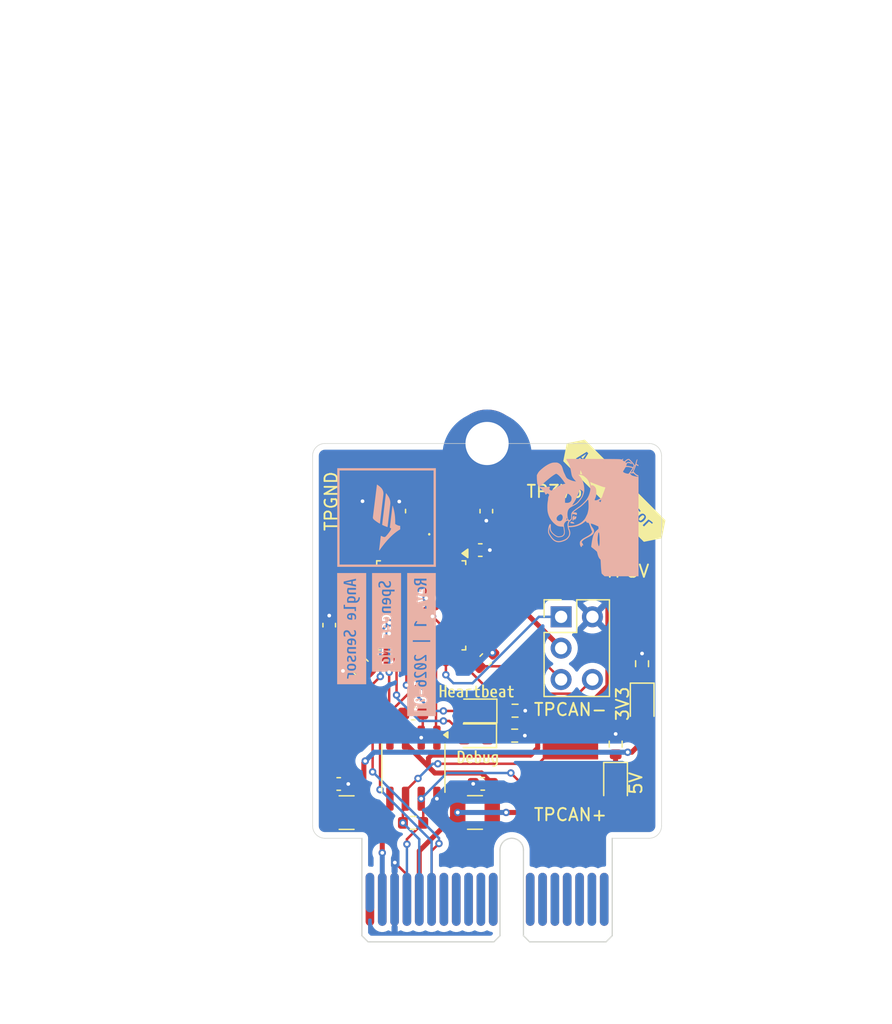
<source format=kicad_pcb>
(kicad_pcb (version 20241229) (generator "pcbnew") (generator_version "9.0")
  (layers (0 "F.Cu" jumper) (2 "B.Cu" signal) (13 "F.Paste" user) (15 "B.Paste" user) (5 "F.SilkS" user "F.Silkscreen") (7 "B.SilkS" user "B.Silkscreen") (1 "F.Mask" user) (3 "B.Mask" user) (25 "Edge.Cuts" user))
  (net 0 "")
  (net 1 "GND")
  (net 2 "+5V")
  (net 3 "Net-(U2-PF1-OSC_OUT)")
  (net 4 "+3V3")
  (net 5 "/NRST")
  (net 6 "Net-(U2-PF0-OSC_IN)")
  (net 7 "Net-(D3-A)")
  (net 8 "Net-(D3-K)")
  (net 9 "/SWDIO")
  (net 10 "/SWCLK")
  (net 11 "/CAN_+")
  (net 12 "/CAN_-")
  (net 13 "/CAN_RX")
  (net 14 "/CAN_TX")
  (net 15 "/Status_Signal_Input")
  (net 16 "/DEBUG_LED")
  (net 25 "/PWM_Input")
  (net 33 "/HEARTBEAT_LED")
  (net 34 "Net-(D1-K)")
  (net 35 "Net-(D2-K)")
  (net 65 "Net-(D4-A)")
  (net 66 "Net-(D4-K)")
  (footprint "OEM:C_0603_1608Metric" (layer "F.Cu") (at 116.699999 84.525 90)
    (property "Reference" "C6" (hide yes))
    (property "Value" "C_1uF_50V")
    (pad "1" smd roundrect (at -0.775 0 90) (size 0.9 0.95) (layers "F.Cu" "F.Mask" "F.Paste") (net 4 "+3V3"))
    (pad "2" smd roundrect (at 0.775 0 90) (size 0.9 0.95) (layers "F.Cu" "F.Mask" "F.Paste") (net 1 "GND"))
  )
  (footprint "OEM:R_0603_1608Metric" (layer "F.Cu") (at 142.07 87.65 90)
    (property "Reference" "R1" (hide yes))
    (property "Value" "R_1k")
    (pad "1" smd roundrect (at -0.825 0 90) (size 0.8 0.95) (layers "F.Cu" "F.Mask" "F.Paste") (net 8 "Net-(D3-K)"))
    (pad "2" smd roundrect (at 0.825 0 90) (size 0.8 0.95) (layers "F.Cu" "F.Mask" "F.Paste") (net 1 "GND"))
  )
  (footprint "OEM:D_0805_2012Metric" (layer "F.Cu") (at 139.92 97.34 -90)
    (property "Reference" "5V" (at 0 -1.65 90) (layer "F.SilkS"))
    (property "Value" "LED_WHITE")
    (pad "1" smd roundrect (at -0.937501 0 270) (size 0.975 1.4) (layers "F.Cu" "F.Mask" "F.Paste") (net 66 "Net-(D4-K)"))
    (pad "2" smd roundrect (at 0.937501 0 270) (size 0.975 1.4) (layers "F.Cu" "F.Mask" "F.Paste") (net 65 "Net-(D4-A)"))
  )
  (footprint "OEM:TP_Hook_SMD" (layer "F.Cu") (at 136.26 93.91 180)
    (property "Reference" "TPCAN-" (at 0 2.54 0) (layer "F.SilkS"))
    (property "Value" "TP_SMD")
    (pad "1" smd rect (at 0 0 180) (size 4.5 3) (layers "F.Cu" "F.Mask" "F.Paste") (net 12 "/CAN_-"))
  )
  (footprint "OEM:C_0603_1608Metric" (layer "F.Cu") (at 117.47 97.4)
    (property "Reference" "C10" (hide yes))
    (property "Value" "C_10uF_10V")
    (pad "1" smd roundrect (at -0.775 0) (size 0.9 0.95) (layers "F.Cu" "F.Mask" "F.Paste") (net 4 "+3V3"))
    (pad "2" smd roundrect (at 0.775 0) (size 0.9 0.95) (layers "F.Cu" "F.Mask" "F.Paste") (net 1 "GND"))
  )
  (footprint "OEM:LQFP-32_7x7mm_P0.8mm" (layer "F.Cu") (at 124.16 82.92 -90)
    (property "Reference" "U2" (hide yes))
    (property "Value" "STM32G441KBT6")
    (pad "1" smd roundrect (at -4.175 -2.8 270) (size 1.5 0.5) (layers "F.Cu" "F.Mask" "F.Paste") (net 4 "+3V3"))
    (pad "2" smd roundrect (at -4.175 -2 270) (size 1.5 0.5) (layers "F.Cu" "F.Mask" "F.Paste") (net 6 "Net-(U2-PF0-OSC_IN)"))
    (pad "3" smd roundrect (at -4.175 -1.2 270) (size 1.5 0.5) (layers "F.Cu" "F.Mask" "F.Paste") (net 3 "Net-(U2-PF1-OSC_OUT)"))
    (pad "4" smd roundrect (at -4.175 -0.4 270) (size 1.5 0.5) (layers "F.Cu" "F.Mask" "F.Paste") (net 5 "/NRST"))
    (pad "5" smd roundrect (at -4.175 0.4 270) (size 1.5 0.5) (layers "F.Cu" "F.Mask" "F.Paste") (net 25 "/PWM_Input"))
    (pad "6" smd roundrect (at -4.175 1.2 270) (size 1.5 0.5) (layers "F.Cu" "F.Mask" "F.Paste") (net 15 "/Status_Signal_Input"))
    (pad "7" smd roundrect (at -4.175 2 270) (size 1.5 0.5) (layers "F.Cu" "F.Mask" "F.Paste"))
    (pad "8" smd roundrect (at -4.175 2.8 270) (size 1.5 0.5) (layers "F.Cu" "F.Mask" "F.Paste"))
    (pad "9" smd roundrect (at -2.8 4.175 270) (size 0.5 1.5) (layers "F.Cu" "F.Mask" "F.Paste"))
    (pad "10" smd roundrect (at -2 4.175 270) (size 0.5 1.5) (layers "F.Cu" "F.Mask" "F.Paste"))
    (pad "11" smd roundrect (at -1.2 4.175 270) (size 0.5 1.5) (layers "F.Cu" "F.Mask" "F.Paste"))
    (pad "12" smd roundrect (at -0.4 4.175 270) (size 0.5 1.5) (layers "F.Cu" "F.Mask" "F.Paste"))
    (pad "13" smd roundrect (at 0.4 4.175 270) (size 0.5 1.5) (layers "F.Cu" "F.Mask" "F.Paste"))
    (pad "14" smd roundrect (at 1.2 4.175 270) (size 0.5 1.5) (layers "F.Cu" "F.Mask" "F.Paste") (net 1 "GND"))
    (pad "15" smd roundrect (at 2 4.175 270) (size 0.5 1.5) (layers "F.Cu" "F.Mask" "F.Paste") (net 4 "+3V3"))
    (pad "16" smd roundrect (at 2.8 4.175 270) (size 0.5 1.5) (layers "F.Cu" "F.Mask" "F.Paste") (net 1 "GND"))
    (pad "17" smd roundrect (at 4.175 2.8 270) (size 1.5 0.5) (layers "F.Cu" "F.Mask" "F.Paste") (net 4 "+3V3"))
    (pad "18" smd roundrect (at 4.175 2 270) (size 1.5 0.5) (layers "F.Cu" "F.Mask" "F.Paste") (net 16 "/DEBUG_LED"))
    (pad "19" smd roundrect (at 4.175 1.2 270) (size 1.5 0.5) (layers "F.Cu" "F.Mask" "F.Paste") (net 33 "/HEARTBEAT_LED"))
    (pad "20" smd roundrect (at 4.175 0.4 270) (size 1.5 0.5) (layers "F.Cu" "F.Mask" "F.Paste"))
    (pad "21" smd roundrect (at 4.175 -0.4 270) (size 1.5 0.5) (layers "F.Cu" "F.Mask" "F.Paste") (net 13 "/CAN_RX"))
    (pad "22" smd roundrect (at 4.175 -1.2 270) (size 1.5 0.5) (layers "F.Cu" "F.Mask" "F.Paste") (net 14 "/CAN_TX"))
    (pad "23" smd roundrect (at 4.175 -2 270) (size 1.5 0.5) (layers "F.Cu" "F.Mask" "F.Paste") (net 9 "/SWDIO"))
    (pad "24" smd roundrect (at 4.175 -2.8 270) (size 1.5 0.5) (layers "F.Cu" "F.Mask" "F.Paste") (net 10 "/SWCLK"))
    (pad "25" smd roundrect (at 2.8 -4.175 270) (size 0.5 1.5) (layers "F.Cu" "F.Mask" "F.Paste"))
    (pad "26" smd roundrect (at 2 -4.175 270) (size 0.5 1.5) (layers "F.Cu" "F.Mask" "F.Paste"))
    (pad "27" smd roundrect (at 1.2 -4.175 270) (size 0.5 1.5) (layers "F.Cu" "F.Mask" "F.Paste"))
    (pad "28" smd roundrect (at 0.4 -4.175 270) (size 0.5 1.5) (layers "F.Cu" "F.Mask" "F.Paste"))
    (pad "29" smd roundrect (at -0.4 -4.175 270) (size 0.5 1.5) (layers "F.Cu" "F.Mask" "F.Paste"))
    (pad "30" smd roundrect (at -1.2 -4.175 270) (size 0.5 1.5) (layers "F.Cu" "F.Mask" "F.Paste"))
    (pad "31" smd roundrect (at -2 -4.175 270) (size 0.5 1.5) (layers "F.Cu" "F.Mask" "F.Paste"))
    (pad "32" smd roundrect (at -2.8 -4.175 270) (size 0.5 1.5) (layers "F.Cu" "F.Mask" "F.Paste") (net 1 "GND"))
  )
  (footprint "OEM:J_PCIe_x1_Key" (layer "F.Cu") (at 120 106.75)
    (property "Reference" "J1" (hide yes))
    (property "Value" "J_PCIe_x1")
    (fp_line (start -0.65 -4.95) (end -0.65 2.95) (stroke (width 0.1)) (layer "Edge.Cuts"))
    (fp_line (start -0.65 2.95) (end -0.15 3.45) (stroke (width 0.1)) (layer "Edge.Cuts"))
    (fp_line (start -0.15 3.45) (end 10.05 3.45) (stroke (width 0.1)) (layer "Edge.Cuts"))
    (fp_line (start 10.55 -4) (end 10.55 2.95) (stroke (width 0.1)) (layer "Edge.Cuts"))
    (fp_line (start 10.55 2.95) (end 10.05 3.45) (stroke (width 0.1)) (layer "Edge.Cuts"))
    (fp_line (start 12.45 -4) (end 12.45 2.95) (stroke (width 0.1)) (layer "Edge.Cuts"))
    (fp_line (start 12.45 2.95) (end 12.95 3.45) (stroke (width 0.1)) (layer "Edge.Cuts"))
    (fp_line (start 12.95 3.45) (end 19.15 3.45) (stroke (width 0.1)) (layer "Edge.Cuts"))
    (fp_line (start 19.65 -4.95) (end 19.65 2.95) (stroke (width 0.1)) (layer "Edge.Cuts"))
    (fp_line (start 19.65 2.95) (end 19.15 3.45) (stroke (width 0.1)) (layer "Edge.Cuts"))
    (fp_arc (start 10.55 -4) (mid 11.5 -4.95) (end 12.45 -4) (stroke (width 0.1)) (layer "Edge.Cuts"))
    (pad "A1" connect oval (at 0 -0.55) (size 0.7 3.2) (layers "B.Cu" "B.Mask"))
    (pad "A2" connect oval (at 1 0) (size 0.7 4.3) (layers "B.Cu" "B.Mask") (net 7 "Net-(D3-A)"))
    (pad "A3" connect oval (at 2 0) (size 0.7 4.3) (layers "B.Cu" "B.Mask") (net 1 "GND"))
    (pad "A4" connect oval (at 3 0) (size 0.7 4.3) (layers "B.Cu" "B.Mask") (net 11 "/CAN_+"))
    (pad "A5" connect oval (at 4 0) (size 0.7 4.3) (layers "B.Cu" "B.Mask") (net 12 "/CAN_-"))
    (pad "A6" connect oval (at 5 0) (size 0.7 4.3) (layers "B.Cu" "B.Mask") (net 25 "/PWM_Input"))
    (pad "A7" connect oval (at 6 0) (size 0.7 4.3) (layers "B.Cu" "B.Mask"))
    (pad "A8" connect oval (at 7 0) (size 0.7 4.3) (layers "B.Cu" "B.Mask"))
    (pad "A9" connect oval (at 8 0) (size 0.7 4.3) (layers "B.Cu" "B.Mask"))
    (pad "A10" connect oval (at 9 0) (size 0.7 4.3) (layers "B.Cu" "B.Mask"))
    (pad "A11" connect oval (at 10 0) (size 0.7 4.3) (layers "B.Cu" "B.Mask"))
    (pad "A12" connect oval (at 13 0) (size 0.7 4.3) (layers "B.Cu" "B.Mask"))
    (pad "A13" connect oval (at 14 0) (size 0.7 4.3) (layers "B.Cu" "B.Mask"))
    (pad "A14" connect oval (at 15 0) (size 0.7 4.3) (layers "B.Cu" "B.Mask"))
    (pad "A15" connect oval (at 16 0) (size 0.7 4.3) (layers "B.Cu" "B.Mask"))
    (pad "A16" connect oval (at 17 0) (size 0.7 4.3) (layers "B.Cu" "B.Mask"))
    (pad "A17" connect oval (at 18 0) (size 0.7 4.3) (layers "B.Cu" "B.Mask"))
    (pad "A18" connect oval (at 19 0) (size 0.7 4.3) (layers "B.Cu" "B.Mask"))
    (pad "B1" connect oval (at 0 0) (size 0.7 4.3) (layers "F.Cu" "F.Mask"))
    (pad "B2" connect oval (at 1 0) (size 0.7 4.3) (layers "F.Cu" "F.Mask"))
    (pad "B3" connect oval (at 2 0) (size 0.7 4.3) (layers "F.Cu" "F.Mask"))
    (pad "B4" connect oval (at 3 0) (size 0.7 4.3) (layers "F.Cu" "F.Mask") (net 1 "GND"))
    (pad "B5" connect oval (at 4 0) (size 0.7 4.3) (layers "F.Cu" "F.Mask") (net 65 "Net-(D4-A)"))
    (pad "B6" connect oval (at 5 0) (size 0.7 4.3) (layers "F.Cu" "F.Mask") (net 15 "/Status_Signal_Input"))
    (pad "B7" connect oval (at 6 0) (size 0.7 4.3) (layers "F.Cu" "F.Mask"))
    (pad "B8" connect oval (at 7 0) (size 0.7 4.3) (layers "F.Cu" "F.Mask"))
    (pad "B9" connect oval (at 8 0) (size 0.7 4.3) (layers "F.Cu" "F.Mask"))
    (pad "B10" connect oval (at 9 0) (size 0.7 4.3) (layers "F.Cu" "F.Mask"))
    (pad "B11" connect oval (at 10 0) (size 0.7 4.3) (layers "F.Cu" "F.Mask"))
    (pad "B12" connect oval (at 13 0) (size 0.7 4.3) (layers "F.Cu" "F.Mask"))
    (pad "B13" connect oval (at 14 0) (size 0.7 4.3) (layers "F.Cu" "F.Mask"))
    (pad "B14" connect oval (at 15 0) (size 0.7 4.3) (layers "F.Cu" "F.Mask"))
    (pad "B15" connect oval (at 16 0) (size 0.7 4.3) (layers "F.Cu" "F.Mask"))
    (pad "B16" connect oval (at 17 0) (size 0.7 4.3) (layers "F.Cu" "F.Mask"))
    (pad "B17" connect oval (at 18 -0.55) (size 0.7 3.2) (layers "F.Cu" "F.Mask"))
    (pad "B18" connect oval (at 19 0) (size 0.7 4.3) (layers "F.Cu" "F.Mask"))
  )
  (footprint "OEM:D_0805_2012Metric" (layer "F.Cu") (at 142.08 90.91 -90)
    (property "Reference" "3V3" (at -0.01 1.59 90) (layer "F.SilkS"))
    (property "Value" "LED_WHITE")
    (pad "1" smd roundrect (at -0.937501 0 270) (size 0.975 1.4) (layers "F.Cu" "F.Mask" "F.Paste") (net 8 "Net-(D3-K)"))
    (pad "2" smd roundrect (at 0.937501 0 270) (size 0.975 1.4) (layers "F.Cu" "F.Mask" "F.Paste") (net 7 "Net-(D3-A)"))
  )
  (footprint "OEM:FA238160000MBC0 (X_16MHz_18pF_SMD - FA-238_16.0000MB-C0)" (layer "F.Cu") (at 125.91 75.31)
    (property "Reference" "Y1" (hide yes))
    (property "Value" "X_16MHz_18pF" (hide yes))
    (pad "1" smd rect (at -1.1 0.8 90) (size 1.2 1.4) (layers "F.Cu" "F.Mask" "F.Paste") (net 3 "Net-(U2-PF1-OSC_OUT)"))
    (pad "2" smd rect (at 1.1 0.8 90) (size 1.2 1.4) (layers "F.Cu" "F.Mask" "F.Paste") (net 1 "GND"))
    (pad "3" smd rect (at 1.1 -0.8 90) (size 1.2 1.4) (layers "F.Cu" "F.Mask" "F.Paste") (net 6 "Net-(U2-PF0-OSC_IN)"))
    (pad "4" smd rect (at -1.1 -0.8 90) (size 1.2 1.4) (layers "F.Cu" "F.Mask" "F.Paste") (net 1 "GND"))
  )
  (footprint "OEM:R_0603_1608Metric" (layer "F.Cu") (at 131.769999 91.46)
    (property "Reference" "R4" (hide yes))
    (property "Value" "R_1k")
    (pad "1" smd roundrect (at -0.825 0) (size 0.8 0.95) (layers "F.Cu" "F.Mask" "F.Paste") (net 35 "Net-(D2-K)"))
    (pad "2" smd roundrect (at 0.825 0) (size 0.8 0.95) (layers "F.Cu" "F.Mask" "F.Paste") (net 1 "GND"))
  )
  (footprint "OEM:C_0603_1608Metric" (layer "F.Cu") (at 129.15 97.39 180)
    (property "Reference" "C11" (hide yes))
    (property "Value" "C_10uF_10V")
    (pad "1" smd roundrect (at -0.775 0 180) (size 0.9 0.95) (layers "F.Cu" "F.Mask" "F.Paste") (net 2 "+5V"))
    (pad "2" smd roundrect (at 0.775 0 180) (size 0.9 0.95) (layers "F.Cu" "F.Mask" "F.Paste") (net 1 "GND"))
  )
  (footprint "kibuzzard-697FF4A8" (layer "F.Cu") (at 139.82 73.63 -45)
    (property "Reference" "kibuzzard-697FF4A8" (hide yes))
    (property "Value" "G***" (hide yes))
  )
  (footprint "OEM:H_MountingHole" (layer "F.Cu") (at 129.5 69.784)
    (property "Reference" "H1" (hide yes))
    (property "Value" "H_MountingHole" (hide yes))
    (pad "1" thru_hole circle (at 0 0.016) (size 5.499999 5.499999) (drill 3.500001) (layers "*.Cu" "*.Mask") (net 1 "GND"))
    (pad "1" smd circle (at 0 1.016) (size 7.249998 7.249998) (layers "B.Cu" "B.Mask") (net 1 "GND"))
  )
  (footprint "OEM:C_0603_1608Metric" (layer "F.Cu") (at 128.95 78.44)
    (property "Reference" "C4" (hide yes))
    (property "Value" "C_0.1uF_50V")
    (pad "1" smd roundrect (at -0.775 0) (size 0.9 0.95) (layers "F.Cu" "F.Mask" "F.Paste") (net 4 "+3V3"))
    (pad "2" smd roundrect (at 0.775 0) (size 0.9 0.95) (layers "F.Cu" "F.Mask" "F.Paste") (net 1 "GND"))
  )
  (footprint "OEM:C_0603_1608Metric" (layer "F.Cu") (at 129.39 87.31 45)
    (property "Reference" "C8" (hide yes))
    (property "Value" "C_0.1uF_50V")
    (pad "1" smd roundrect (at -0.775 0 45) (size 0.9 0.95) (layers "F.Cu" "F.Mask" "F.Paste") (net 5 "/NRST"))
    (pad "2" smd roundrect (at 0.775 0 45) (size 0.9 0.95) (layers "F.Cu" "F.Mask" "F.Paste") (net 1 "GND"))
  )
  (footprint "OEM:R_0603_1608Metric" (layer "F.Cu") (at 123.500001 100.549997)
    (property "Reference" "R2" (hide yes))
    (property "Value" "R_120")
    (pad "1" smd roundrect (at -0.825 0) (size 0.8 0.95) (layers "F.Cu" "F.Mask" "F.Paste") (net 12 "/CAN_-"))
    (pad "2" smd roundrect (at 0.825 0) (size 0.8 0.95) (layers "F.Cu" "F.Mask" "F.Paste") (net 11 "/CAN_+"))
  )
  (footprint "OEM:J_Programming_Pin_Header_Keyed" (layer "F.Cu") (at 135.505 83.85)
    (property "Reference" "J2" (hide yes))
    (property "Value" "J_Programming_Pin_Header")
    (pad "1" thru_hole rect (at 0 0) (size 1.7 1.7) (drill 1) (layers "*.Cu" "*.Mask") (net 9 "/SWDIO"))
    (pad "2" thru_hole circle (at 2.54 0) (size 1.7 1.7) (drill 1) (layers "*.Cu" "*.Mask") (net 1 "GND"))
    (pad "3" thru_hole circle (at 0 2.54) (size 1.7 1.7) (drill 1) (layers "*.Cu" "*.Mask") (net 4 "+3V3"))
    (pad "4" thru_hole circle (at 0 5.079999) (size 1.7 1.7) (drill 1) (layers "*.Cu" "*.Mask") (net 5 "/NRST"))
    (pad "5" thru_hole circle (at 2.54 5.08) (size 1.7 1.7) (drill 1) (layers "*.Cu" "*.Mask") (net 10 "/SWCLK"))
  )
  (footprint "OEM:TP_Hook_SMD" (layer "F.Cu") (at 136.26 97.35)
    (property "Reference" "TPCAN+" (at 0 2.54 0) (layer "F.SilkS"))
    (property "Value" "TP_SMD")
    (pad "1" smd rect (at 0 0) (size 4.5 3) (layers "F.Cu" "F.Mask" "F.Paste") (net 11 "/CAN_+"))
  )
  (footprint "OEM:C_0603_1608Metric" (layer "F.Cu") (at 123.510002 91.689995)
    (property "Reference" "C1" (hide yes))
    (property "Value" "C_0.1uF_16V")
    (pad "1" smd roundrect (at -0.775 0) (size 0.9 0.95) (layers "F.Cu" "F.Mask" "F.Paste") (net 2 "+5V"))
    (pad "2" smd roundrect (at 0.775 0) (size 0.9 0.95) (layers "F.Cu" "F.Mask" "F.Paste") (net 1 "GND"))
  )
  (footprint "OEM:D_0805_2012Metric" (layer "F.Cu") (at 128.58 93.49 180)
    (property "Reference" "D1" (hide yes))
    (property "Value" "LED_AMBER")
    (pad "1" smd roundrect (at -0.937501 0 180) (size 0.975 1.4) (layers "F.Cu" "F.Mask" "F.Paste") (net 34 "Net-(D1-K)"))
    (pad "2" smd roundrect (at 0.937501 0 180) (size 0.975 1.4) (layers "F.Cu" "F.Mask" "F.Paste") (net 16 "/DEBUG_LED"))
  )
  (footprint "OEM:TP_Hook_SMD" (layer "F.Cu") (at 119.4 74.48 -90)
    (property "Reference" "TPGND" (at 0 2.54 90) (layer "F.SilkS"))
    (property "Value" "TP_SMD")
    (pad "1" smd rect (at 0 0 270) (size 4.5 3) (layers "F.Cu" "F.Mask" "F.Paste") (net 1 "GND"))
  )
  (footprint "OEM:C_0603_1608Metric" (layer "F.Cu") (at 118.359999 88.78 135)
    (property "Reference" "C3" (hide yes))
    (property "Value" "C_4.7uF_25V")
    (pad "1" smd roundrect (at -0.775 0 135) (size 0.9 0.95) (layers "F.Cu" "F.Mask" "F.Paste") (net 4 "+3V3"))
    (pad "2" smd roundrect (at 0.775 0 135) (size 0.9 0.95) (layers "F.Cu" "F.Mask" "F.Paste") (net 1 "GND"))
  )
  (footprint "OEM:TP_Hook_SMD" (layer "F.Cu") (at 136.55 80.11 180)
    (property "Reference" "TP5V" (at -4.31 -0.04 0) (layer "F.SilkS"))
    (property "Value" "TP_SMD")
    (pad "1" smd rect (at 0 0 180) (size 4.5 3) (layers "F.Cu" "F.Mask" "F.Paste") (net 2 "+5V"))
  )
  (footprint "OEM:C_0603_1608Metric" (layer "F.Cu") (at 129.439999 75.285 -90)
    (property "Reference" "C9" (hide yes))
    (property "Value" "C_30pF_50V")
    (pad "1" smd roundrect (at -0.775 0 270) (size 0.9 0.95) (layers "F.Cu" "F.Mask" "F.Paste") (net 6 "Net-(U2-PF0-OSC_IN)"))
    (pad "2" smd roundrect (at 0.775 0 270) (size 0.9 0.95) (layers "F.Cu" "F.Mask" "F.Paste") (net 1 "GND"))
  )
  (footprint "OEM:Fuse_1210_3225Metric" (layer "F.Cu") (at 118.11 99.72)
    (property "Reference" "F1" (hide yes))
    (property "Value" "F_500mA_16V")
    (pad "1" smd roundrect (at -1.4 0) (size 1.25 2.65) (layers "F.Cu" "F.Mask" "F.Paste") (roundrect_rratio 0.2) (net 4 "+3V3"))
    (pad "2" smd roundrect (at 1.4 0) (size 1.25 2.65) (layers "F.Cu" "F.Mask" "F.Paste") (roundrect_rratio 0.2) (net 7 "Net-(D3-A)"))
  )
  (footprint "OEM:R_0603_1608Metric" (layer "F.Cu") (at 139.93 94.17 90)
    (property "Reference" "R5" (hide yes))
    (property "Value" "R_1k")
    (pad "1" smd roundrect (at -0.825 0 90) (size 0.8 0.95) (layers "F.Cu" "F.Mask" "F.Paste") (net 66 "Net-(D4-K)"))
    (pad "2" smd roundrect (at 0.825 0 90) (size 0.8 0.95) (layers "F.Cu" "F.Mask" "F.Paste") (net 1 "GND"))
  )
  (footprint "OEM:Fuse_1210_3225Metric" (layer "F.Cu") (at 128.52 99.71 180)
    (property "Reference" "F2" (hide yes))
    (property "Value" "F_500mA_16V")
    (pad "1" smd roundrect (at -1.399999 0 180) (size 1.25 2.65) (layers "F.Cu" "F.Mask" "F.Paste") (roundrect_rratio 0.2) (net 2 "+5V"))
    (pad "2" smd roundrect (at 1.399999 0 180) (size 1.25 2.65) (layers "F.Cu" "F.Mask" "F.Paste") (roundrect_rratio 0.2) (net 65 "Net-(D4-A)"))
  )
  (footprint "OEM:R_0603_1608Metric" (layer "F.Cu") (at 131.739999 93.48)
    (property "Reference" "R3" (hide yes))
    (property "Value" "R_1k")
    (pad "1" smd roundrect (at -0.825 0) (size 0.8 0.95) (layers "F.Cu" "F.Mask" "F.Paste") (net 34 "Net-(D1-K)"))
    (pad "2" smd roundrect (at 0.825 0) (size 0.8 0.95) (layers "F.Cu" "F.Mask" "F.Paste") (net 1 "GND"))
  )
  (footprint "kibuzzard-697FF3E2" (layer "F.Cu") (at 128.659999 89.87)
    (property "Reference" "kibuzzard-697FF3E2" (hide yes))
    (property "Value" "G***" (hide yes))
  )
  (footprint "kibuzzard-697FF3F7" (layer "F.Cu") (at 128.749999 95.35)
    (property "Reference" "kibuzzard-697FF3F7" (hide yes))
    (property "Value" "G***" (hide yes))
  )
  (footprint "OEM:C_0603_1608Metric" (layer "F.Cu") (at 122.38 75.28 90)
    (property "Reference" "C2" (hide yes))
    (property "Value" "C_30pF_50V")
    (pad "1" smd roundrect (at -0.775 0 90) (size 0.9 0.95) (layers "F.Cu" "F.Mask" "F.Paste") (net 3 "Net-(U2-PF1-OSC_OUT)"))
    (pad "2" smd roundrect (at 0.775 0 90) (size 0.9 0.95) (layers "F.Cu" "F.Mask" "F.Paste") (net 1 "GND"))
  )
  (footprint "OEM:C_0603_1608Metric" (layer "F.Cu") (at 119.389998 87.71 135)
    (property "Reference" "C5" (hide yes))
    (property "Value" "C_0.1uF_50V")
    (pad "1" smd roundrect (at -0.775 0 135) (size 0.9 0.95) (layers "F.Cu" "F.Mask" "F.Paste") (net 4 "+3V3"))
    (pad "2" smd roundrect (at 0.775 0 135) (size 0.9 0.95) (layers "F.Cu" "F.Mask" "F.Paste") (net 1 "GND"))
  )
  (footprint "OEM:D_0805_2012Metric" (layer "F.Cu") (at 128.61 91.48 180)
    (property "Reference" "D2" (hide yes))
    (property "Value" "LED_WHITE")
    (pad "1" smd roundrect (at -0.937501 0 180) (size 0.975 1.4) (layers "F.Cu" "F.Mask" "F.Paste") (net 35 "Net-(D2-K)"))
    (pad "2" smd roundrect (at 0.937501 0 180) (size 0.975 1.4) (layers "F.Cu" "F.Mask" "F.Paste") (net 33 "/HEARTBEAT_LED"))
  )
  (footprint "OEM:C_0603_1608Metric" (layer "F.Cu") (at 118.21 84.515 90)
    (property "Reference" "C7" (hide yes))
    (property "Value" "C_10nF_50V")
    (pad "1" smd roundrect (at -0.775 0 90) (size 0.9 0.95) (layers "F.Cu" "F.Mask" "F.Paste") (net 4 "+3V3"))
    (pad "2" smd roundrect (at 0.775 0 90) (size 0.9 0.95) (layers "F.Cu" "F.Mask" "F.Paste") (net 1 "GND"))
  )
  (footprint "OEM:TP_Hook_SMD" (layer "F.Cu") (at 136.55 76.110001 180)
    (property "Reference" "TP3V3" (at 1.58 2.420001 0) (layer "F.SilkS"))
    (property "Value" "TP_SMD")
    (pad "1" smd rect (at 0 0 180) (size 4.5 3) (layers "F.Cu" "F.Mask" "F.Paste") (net 4 "+3V3"))
  )
  (footprint "OEM:SOIC-8_3.9x4.9mm_P1.27mm" (layer "F.Cu") (at 123.525 96.12 -90)
    (property "Reference" "U3" (hide yes))
    (property "Value" "MCP2561-E_SN")
    (pad "1" smd roundrect (at -2.475 -1.905 270) (size 1.95 0.6) (layers "F.Cu" "F.Mask" "F.Paste") (net 14 "/CAN_TX"))
    (pad "2" smd roundrect (at -2.475 -0.635 270) (size 1.95 0.6) (layers "F.Cu" "F.Mask" "F.Paste") (net 1 "GND"))
    (pad "3" smd roundrect (at -2.475 0.635 270) (size 1.95 0.6) (layers "F.Cu" "F.Mask" "F.Paste") (net 2 "+5V"))
    (pad "4" smd roundrect (at -2.475 1.905 270) (size 1.95 0.6) (layers "F.Cu" "F.Mask" "F.Paste") (net 13 "/CAN_RX"))
    (pad "5" smd roundrect (at 2.475 1.905 270) (size 1.95 0.6) (layers "F.Cu" "F.Mask" "F.Paste"))
    (pad "6" smd roundrect (at 2.475 0.635 270) (size 1.95 0.6) (layers "F.Cu" "F.Mask" "F.Paste") (net 12 "/CAN_-"))
    (pad "7" smd roundrect (at 2.475 -0.635 270) (size 1.95 0.6) (layers "F.Cu" "F.Mask" "F.Paste") (net 11 "/CAN_+"))
    (pad "8" smd roundrect (at 2.475 -1.905 270) (size 1.95 0.6) (layers "F.Cu" "F.Mask" "F.Paste") (net 1 "GND"))
  )
  (footprint "kibuzzard-697FF82D" (layer "B.Cu") (at 121.35 84.3 -90)
    (property "Reference" "kibuzzard-697FF82D" (hide yes))
    (property "Value" "G***" (hide yes))
  )
  (footprint "kibuzzard-697FF7D3" (layer "B.Cu") (at 118.52 84.808 -90)
    (property "Reference" "kibuzzard-697FF7D3" (hide yes))
    (property "Value" "G***" (hide yes))
  )
  (footprint "OEM:OEM_Logo_8mm" (layer "B.Cu") (at 121.35 75.8 -90)
    (property "Reference" "REF**" (hide yes))
    (property "Value" "OEM_Logo_8mm")
  )
  (footprint "LOGO" (layer "B.Cu") (at 137.65 75.8 -90)
    (property "Reference" "G***" (hide yes))
    (property "Value" "LOGO" (hide yes))
  )
  (footprint "kibuzzard-697FF937" (layer "B.Cu") (at 124.1825 86.1 -90)
    (property "Reference" "kibuzzard-697FF937" (hide yes))
    (property "Value" "G***" (hide yes))
  )
  (gr_line (start 119.35 101.8) (end 116.35 101.8) (stroke (width 0.05)) (layer "Edge.Cuts"))
  (gr_arc (start 142.65 69.8) (mid 143.357107 70.092893) (end 143.65 70.8) (stroke (width 0.05)) (layer "Edge.Cuts"))
  (gr_line (start 143.65 100.8) (end 143.65 70.8) (stroke (width 0.05)) (layer "Edge.Cuts"))
  (gr_line (start 139.65 101.8) (end 142.65 101.8) (stroke (width 0.05)) (layer "Edge.Cuts"))
  (gr_arc (start 115.35 70.8) (mid 115.642893 70.092893) (end 116.35 69.8) (stroke (width 0.05)) (layer "Edge.Cuts"))
  (gr_line (start 115.35 100.8) (end 115.35 70.8) (stroke (width 0.05)) (layer "Edge.Cuts"))
  (gr_line (start 142.65 69.8) (end 116.35 69.8) (stroke (width 0.05)) (layer "Edge.Cuts"))
  (gr_arc (start 143.65 100.8) (mid 143.357107 101.507107) (end 142.65 101.8) (stroke (width 0.05)) (layer "Edge.Cuts"))
  (gr_arc (start 116.35 101.8) (mid 115.642893 101.507107) (end 115.35 100.8) (stroke (width 0.05)) (layer "Edge.Cuts"))
  (segment (start 122.38 74.505) (end 124.805 74.505) (width 0.2) (layer "F.Cu") (net 1))
  (segment (start 127.059998 76.06) (end 127.01 76.11) (width 0.2) (layer "F.Cu") (net 1))
  (segment (start 129.725 78.44) (end 129.724999 78.44) (width 0.2) (layer "F.Cu") (net 1))
  (segment (start 124.285002 93.519998) (end 124.16 93.645) (width 0.2) (layer "F.Cu") (net 1))
  (segment (start 123 106.75) (end 123 104.75) (width 0.2) (layer "F.Cu") (net 1))
  (segment (start 118.589999 84.12) (end 119.984999 84.12) (width 0.2) (layer "F.Cu") (net 1))
  (segment (start 124.805 74.505) (end 124.81 74.51) (width 0.2) (layer "F.Cu") (net 1))
  (segment (start 117.811991 88.231992) (end 117.811992 88.231992) (width 0.2) (layer "F.Cu") (net 1))
  (segment (start 116.699999 83.75) (end 116.7 83.75) (width 0.2) (layer "F.Cu") (net 1))
  (segment (start 118.209999 83.74) (end 118.589999 84.12) (width 0.2) (layer "F.Cu") (net 1))
  (segment (start 129.724999 78.73) (end 129.724999 78.44) (width 0.2) (layer "F.Cu") (net 1))
  (segment (start 116.7 83.75) (end 118.199999 83.75) (width 0.2) (layer "F.Cu") (net 1))
  (segment (start 129.44 76.06) (end 127.059998 76.06) (width 0.2) (layer "F.Cu") (net 1))
  (segment (start 119.984999 86.018984) (end 118.841991 87.161992) (width 0.2) (layer "F.Cu") (net 1))
  (segment (start 123 104.75) (end 122.02 103.77) (width 0.2) (layer "F.Cu") (net 1))
  (segment (start 118.841992 87.201992) (end 117.811992 88.231992) (width 0.2) (layer "F.Cu") (net 1))
  (segment (start 118.841991 87.161992) (end 118.841992 87.201992) (width 0.2) (layer "F.Cu") (net 1))
  (segment (start 124.285002 91.689995) (end 124.285002 93.519998) (width 0.2) (layer "F.Cu") (net 1))
  (segment (start 119.984998 85.72) (end 119.984999 86.018984) (width 0.2) (layer "F.Cu") (net 1))
  (segment (start 124.16 93.645) (end 124.160003 93.644996) (width 0.2) (layer "F.Cu") (net 1))
  (segment (start 118.199999 83.75) (end 118.209999 83.74) (width 0.2) (layer "F.Cu") (net 1))
  (segment (start 128.334999 80.12) (end 129.724999 78.73) (width 0.2) (layer "F.Cu") (net 1))
  (via (at 129.44 76.06) (size 0.6) (drill 0.3) (layers "F.Cu" "B.Cu") (net 1))
  (via (at 118.245 97.4) (size 0.6) (drill 0.3) (layers "F.Cu" "B.Cu") (net 1))
  (via (at 139.93 93.345) (size 0.6) (drill 0.3) (layers "F.Cu" "B.Cu") (net 1))
  (via (at 119.4 74.48) (size 0.6) (drill 0.3) (layers "F.Cu" "B.Cu") (net 1))
  (via (at 122.38 74.505) (size 0.6) (drill 0.3) (layers "F.Cu" "B.Cu") (net 1))
  (via (at 132.594999 91.46) (size 0.6) (drill 0.3) (layers "F.Cu" "B.Cu") (net 1))
  (via (at 116.7 83.75) (size 0.6) (drill 0.3) (layers "F.Cu" "B.Cu") (net 1))
  (via (at 129.724999 78.44) (size 0.6) (drill 0.3) (layers "F.Cu" "B.Cu") (net 1))
  (via (at 122.02 103.77) (size 0.6) (drill 0.3) (layers "F.Cu" "B.Cu") (net 1))
  (via (at 128.375 97.39) (size 0.6) (drill 0.3) (layers "F.Cu" "B.Cu") (net 1))
  (via (at 125.43 98.595) (size 0.6) (drill 0.3) (layers "F.Cu" "B.Cu") (net 1))
  (via (at 142.07 86.825) (size 0.6) (drill 0.3) (layers "F.Cu" "B.Cu") (net 1))
  (via (at 117.811992 88.231992) (size 0.6) (drill 0.3) (layers "F.Cu" "B.Cu") (net 1))
  (via (at 124.16 93.645) (size 0.6) (drill 0.3) (layers "F.Cu" "B.Cu") (net 1))
  (via (at 129.938008 86.761992) (size 0.6) (drill 0.3) (layers "F.Cu" "B.Cu") (net 1))
  (via (at 132.564999 93.48) (size 0.6) (drill 0.3) (layers "F.Cu" "B.Cu") (net 1))
  (segment (start 124.746043 95.993957) (end 122.89 94.137914) (width 0.4064) (layer "F.Cu") (net 2))
  (segment (start 129.919999 97.395001) (end 129.925 97.39) (width 0.4064) (layer "F.Cu") (net 2))
  (segment (start 129.0458 96.5108) (end 125.262886 96.5108) (width 0.4064) (layer "F.Cu") (net 2))
  (segment (start 134.1116 91.5) (end 137.248707 91.5) (width 0.4064) (layer "F.Cu") (net 2))
  (segment (start 125.262886 96.5108) (end 124.746043 95.993957) (width 0.4064) (layer "F.Cu") (net 2))
  (segment (start 129.919999 99.71) (end 129.919999 97.395001) (width 0.4064) (layer "F.Cu") (net 2))
  (segment (start 122.89 94.137914) (end 122.89 93.645) (width 0.4064) (layer "F.Cu") (net 2))
  (segment (start 124.746043 95.993957) (end 124.746043 95.313957) (width 0.4064) (layer "F.Cu") (net 2))
  (segment (start 124.746043 95.313957) (end 125.002063 95.057937) (width 0.4064) (layer "F.Cu") (net 2))
  (segment (start 129.925 97.39) (end 129.0458 96.5108) (width 0.4064) (layer "F.Cu") (net 2))
  (segment (start 122.734999 93.489996) (end 122.890003 93.644996) (width 0.4064) (layer "F.Cu") (net 2))
  (segment (start 133.032063 95.057937) (end 133.6058 94.4842) (width 0.4064) (layer "F.Cu") (net 2))
  (segment (start 133.6058 94.4842) (end 133.6058 92.0058) (width 0.4064) (layer "F.Cu") (net 2))
  (segment (start 133.6058 92.0058) (end 134.1116 91.5) (width 0.4064) (layer "F.Cu") (net 2))
  (segment (start 139.2992 82.8592) (end 136.55 80.11) (width 0.4064) (layer "F.Cu") (net 2))
  (segment (start 122.734998 91.69) (end 122.734999 93.489996) (width 0.4064) (layer "F.Cu") (net 2))
  (segment (start 137.248707 91.5) (end 139.2992 89.449507) (width 0.4064) (layer "F.Cu") (net 2))
  (segment (start 139.2992 89.449507) (end 139.2992 82.8592) (width 0.4064) (layer "F.Cu") (net 2))
  (segment (start 125.002063 95.057937) (end 133.032063 95.057937) (width 0.4064) (layer "F.Cu") (net 2))
  (segment (start 125.359999 78.745) (end 125.359999 76.66) (width 0.2) (layer "F.Cu") (net 3))
  (segment (start 124.81 76.11) (end 122.434999 76.11) (width 0.2) (layer "F.Cu") (net 3))
  (segment (start 125.359999 76.66) (end 124.81 76.11) (width 0.2) (layer "F.Cu") (net 3))
  (segment (start 122.434999 76.11) (end 122.379999 76.055) (width 0.2) (layer "F.Cu") (net 3))
  (segment (start 128.175 78.44) (end 128.174999 78.44) (width 0.2) (layer "F.Cu") (net 4))
  (segment (start 116.71 99.72) (end 116.71 97.415) (width 0.4064) (layer "F.Cu") (net 4))
  (segment (start 116.695 91.541015) (end 116.699999 91.536016) (width 0.4064) (layer "F.Cu") (net 4))
  (segment (start 131.114292 78.458234) (end 131.114292 81.999292) (width 0.4064) (layer "F.Cu") (net 4))
  (segment (start 121.359999 87.095) (end 121.101015 87.095) (width 0.4064) (layer "F.Cu") (net 4))
  (segment (start 121.36 86.394548) (end 121.36 87.095) (width 0.4064) (layer "F.Cu") (net 4))
  (segment (start 116.699998 85.3) (end 118.199999 85.3) (width 0.4064) (layer "F.Cu") (net 4))
  (segment (start 130.216858 77.5608) (end 129.0542 77.5608) (width 0.4064) (layer "F.Cu") (net 4))
  (segment (start 118.908008 89.288008) (end 119.938008 88.258008) (width 0.4064) (layer "F.Cu") (net 4))
  (segment (start 125.368469 83.112579) (end 124.641969 83.112579) (width 0.4064) (layer "F.Cu") (net 4))
  (segment (start 126.96 78.745) (end 126.96 81.521048) (width 0.4064) (layer "F.Cu") (net 4))
  (segment (start 129.0542 77.5608) (end 128.175 78.44) (width 0.4064) (layer "F.Cu") (net 4))
  (segment (start 118.579999 84.92) (end 119.984999 84.92) (width 0.4064) (layer "F.Cu") (net 4))
  (segment (start 118.209999 85.29) (end 118.579999 84.92) (width 0.4064) (layer "F.Cu") (net 4))
  (segment (start 119.939999 84.965) (end 119.984999 84.92) (width 0.4064) (layer "F.Cu") (net 4))
  (segment (start 133.509999 76.110001) (end 136.55 76.110001) (width 0.4064) (layer "F.Cu") (net 4))
  (segment (start 127.264999 78.44) (end 126.959999 78.745) (width 0.4064) (layer "F.Cu") (net 4))
  (segment (start 128.174999 78.44) (end 127.264999 78.44) (width 0.4064) (layer "F.Cu") (net 4))
  (segment (start 116.695 91.541015) (end 118.908007 89.328008) (width 0.4064) (layer "F.Cu") (net 4))
  (segment (start 124.641969 83.112579) (end 121.36 86.394548) (width 0.4064) (layer "F.Cu") (net 4))
  (segment (start 116.699999 91.536016) (end 116.699999 85.3) (width 0.4064) (layer "F.Cu") (net 4))
  (segment (start 118.199999 85.3) (end 118.209999 85.29) (width 0.4064) (layer "F.Cu") (net 4))
  (segment (start 131.114292 81.999292) (end 135.505 86.39) (width 0.4064) (layer "F.Cu") (net 4))
  (segment (start 126.96 81.521048) (end 125.368469 83.112579) (width 0.4064) (layer "F.Cu") (net 4))
  (segment (start 130.216858 77.5608) (end 132.0592 77.5608) (width 0.4064) (layer "F.Cu") (net 4))
  (segment (start 116.695 97.4) (end 116.695 91.541015) (width 0.4064) (layer "F.Cu") (net 4))
  (segment (start 116.71 97.415) (end 116.695 97.4) (width 0.4064) (layer "F.Cu") (net 4))
  (segment (start 118.908007 89.328008) (end 118.908008 89.288008) (width 0.4064) (layer "F.Cu") (net 4))
  (segment (start 121.101015 87.095) (end 119.938008 88.258008) (width 0.4064) (layer "F.Cu") (net 4))
  (segment (start 131.114292 78.458234) (end 130.216858 77.5608) (width 0.4064) (layer "F.Cu") (net 4))
  (segment (start 132.0592 77.5608) (end 133.509999 76.110001) (width 0.4064) (layer "F.Cu") (net 4))
  (segment (start 134.433009 87.858008) (end 128.841992 87.858008) (width 0.2) (layer "F.Cu") (net 5))
  (segment (start 124.56 78.745) (end 124.56 82.38) (width 0.2) (layer "F.Cu") (net 5))
  (segment (start 125.075861 83.816779) (end 125.036779 83.777697) (width 0.2) (layer "F.Cu") (net 5))
  (segment (start 125.036779 83.776779) (end 124.97 83.71) (width 0.2) (layer "F.Cu") (net 5))
  (segment (start 125.036779 83.777697) (end 125.036779 83.776779) (width 0.2) (layer "F.Cu") (net 5))
  (segment (start 128.841992 87.858008) (end 128.841992 87.581992) (width 0.2) (layer "F.Cu") (net 5))
  (segment (start 124.56 82.344606) (end 124.56 82.38) (width 0.2) (layer "F.Cu") (net 5))
  (segment (start 125.076779 83.816779) (end 125.075861 83.816779) (width 0.2) (layer "F.Cu") (net 5))
  (segment (start 135.505 88.929999) (end 134.433009 87.858008) (width 0.2) (layer "F.Cu") (net 5))
  (segment (start 128.841992 87.581992) (end 125.076779 83.816779) (width 0.2) (layer "F.Cu") (net 5))
  (via (at 125.076779 83.816779) (size 0.6) (drill 0.3) (layers "F.Cu" "B.Cu") (net 5))
  (via (at 124.56 82.344606) (size 0.6) (drill 0.3) (layers "F.Cu" "B.Cu") (net 5))
  (segment (start 124.56 82.344606) (end 124.56 83.3) (width 0.2) (layer "B.Cu") (net 5))
  (segment (start 124.56 83.3) (end 125.076779 83.816779) (width 0.2) (layer "B.Cu") (net 5))
  (segment (start 125.91 75.4) (end 126.799999 74.51) (width 0.2) (layer "F.Cu") (net 6))
  (segment (start 126.159999 78.744999) (end 125.91 78.495) (width 0.2) (layer "F.Cu") (net 6))
  (segment (start 125.91 78.495) (end 125.91 75.4) (width 0.2) (layer "F.Cu") (net 6))
  (segment (start 126.799999 74.51) (end 127.01 74.51) (width 0.2) (layer "F.Cu") (net 6))
  (segment (start 127.01 74.51) (end 129.439999 74.51) (width 0.2) (layer "F.Cu") (net 6))
  (segment (start 141.234029 94.825971) (end 142.08 93.98) (width 0.4064) (layer "F.Cu") (net 7))
  (segment (start 140.905 94.825971) (end 141.234029 94.825971) (width 0.4064) (layer "F.Cu") (net 7))
  (segment (start 121 101.21) (end 119.51 99.72) (width 0.4064) (layer "F.Cu") (net 7))
  (segment (start 119.51 99.72) (end 119.51 95.65) (width 0.4064) (layer "F.Cu") (net 7))
  (segment (start 142.08 93.98) (end 142.08 91.847501) (width 0.4064) (layer "F.Cu") (net 7))
  (segment (start 119.51 95.65) (end 119.62 95.54) (width 0.4064) (layer "F.Cu") (net 7))
  (segment (start 121 102.98) (end 121 101.21) (width 0.4064) (layer "F.Cu") (net 7))
  (via (at 119.62 95.54) (size 0.6) (drill 0.3) (layers "F.Cu" "B.Cu") (net 7))
  (via (at 121 102.98) (size 0.6) (drill 0.3) (layers "F.Cu" "B.Cu") (net 7))
  (via (at 140.905 94.825971) (size 0.6) (drill 0.3) (layers "F.Cu" "B.Cu") (net 7))
  (segment (start 119.62 95.54) (end 120.334029 94.825971) (width 0.4064) (layer "B.Cu") (net 7))
  (segment (start 121 102.98) (end 121 106.75) (width 0.4064) (layer "B.Cu") (net 7))
  (segment (start 120.334029 94.825971) (end 140.905 94.825971) (width 0.4064) (layer "B.Cu") (net 7))
  (segment (start 142.08 88.485) (end 142.07 88.475) (width 0.2) (layer "F.Cu") (net 8))
  (segment (start 142.08 89.972499) (end 142.08 88.485) (width 0.4064) (layer "F.Cu") (net 8))
  (segment (start 126.16 87.095) (end 126.16 88.55) (width 0.2) (layer "F.Cu") (net 9))
  (via (at 126.16 88.55) (size 0.6) (drill 0.3) (layers "F.Cu" "B.Cu") (net 9))
  (segment (start 126.16 88.62) (end 126.77 89.23) (width 0.2) (layer "B.Cu") (net 9))
  (segment (start 133.699943 83.85) (end 135.505 83.85) (width 0.2) (layer "B.Cu") (net 9))
  (segment (start 126.16 88.55) (end 126.16 88.62) (width 0.2) (layer "B.Cu") (net 9))
  (segment (start 126.77 89.23) (end 128.319943 89.23) (width 0.2) (layer "B.Cu") (net 9))
  (segment (start 128.319943 89.23) (end 133.699943 83.85) (width 0.2) (layer "B.Cu") (net 9))
  (segment (start 129.945999 90.080999) (end 136.894001 90.080999) (width 0.2) (layer "F.Cu") (net 10))
  (segment (start 136.894001 90.080999) (end 138.045 88.93) (width 0.2) (layer "F.Cu") (net 10))
  (segment (start 126.96 87.095) (end 129.945999 90.080999) (width 0.2) (layer "F.Cu") (net 10))
  (segment (start 123 102.28) (end 123 101.874998) (width 0.2) (layer "F.Cu") (net 11))
  (segment (start 124.325 98.759999) (end 124.16 98.595) (width 0.2) (layer "F.Cu") (net 11))
  (segment (start 123 101.874998) (end 124.325001 100.549997) (width 0.2) (layer "F.Cu") (net 11))
  (segment (start 136.11 97.14) (end 136.11 97.26) (width 0.2) (layer "F.Cu") (net 11))
  (segment (start 124.325002 100.549999) (end 124.325 98.759999) (width 0.2) (layer "F.Cu") (net 11))
  (segment (start 131.43 96.51) (end 132.27 97.35) (width 0.2) (layer "F.Cu") (net 11))
  (segment (start 123 102.28) (end 123.02 102.26) (width 0.2) (layer "F.Cu") (net 11))
  (segment (start 123.02 102.26) (end 123.02 102.24) (width 0.2) (layer "F.Cu") (net 11))
  (segment (start 132.27 97.35) (end 136.26 97.35) (width 0.2) (layer "F.Cu") (net 11))
  (via (at 124.16 98.595) (size 0.6) (drill 0.3) (layers "F.Cu" "B.Cu") (net 11))
  (via (at 123 102.28) (size 0.6) (drill 0.3) (layers "F.Cu" "B.Cu") (net 11))
  (via (at 131.43 96.51) (size 0.6) (drill 0.3) (layers "F.Cu" "B.Cu") (net 11))
  (segment (start 123 102.28) (end 123 106.75) (width 0.2) (layer "B.Cu") (net 11))
  (segment (start 124.16 98.595) (end 126.245 96.51) (width 0.2) (layer "B.Cu") (net 11))
  (segment (start 126.245 96.51) (end 131.43 96.51) (width 0.2) (layer "B.Cu") (net 11))
  (segment (start 122.674998 98.81) (end 122.890001 98.594998) (width 0.2) (layer "F.Cu") (net 12))
  (segment (start 122.675001 100.549997) (end 122.674998 100.549994) (width 0.2) (layer "F.Cu") (net 12))
  (segment (start 122.89 97.96) (end 123.9 96.95) (width 0.2) (layer "F.Cu") (net 12))
  (segment (start 122.674998 100.549994) (end 122.674998 98.81) (width 0.2) (layer "F.Cu") (net 12))
  (segment (start 122.89 98.595) (end 122.89 97.96) (width 0.2) (layer "F.Cu") (net 12))
  (segment (start 125.508698 95.762137) (end 133.657863 95.762137) (width 0.2) (layer "F.Cu") (net 12))
  (segment (start 133.657863 95.762137) (end 135.51 93.91) (width 0.2) (layer "F.Cu") (net 12))
  (segment (start 135.51 93.91) (end 136.26 93.91) (width 0.2) (layer "F.Cu") (net 12))
  (via (at 123.9 96.95) (size 0.6) (drill 0.3) (layers "F.Cu" "B.Cu") (net 12))
  (via (at 122.675001 100.549997) (size 0.6) (drill 0.3) (layers "F.Cu" "B.Cu") (net 12))
  (via (at 125.508698 95.762137) (size 0.6) (drill 0.3) (layers "F.Cu" "B.Cu") (net 12))
  (segment (start 122.675001 100.549997) (end 124 101.874996) (width 0.2) (layer "B.Cu") (net 12))
  (segment (start 124 101.874996) (end 124 106.75) (width 0.2) (layer "B.Cu") (net 12))
  (segment (start 123.9 96.95) (end 125.087863 95.762137) (width 0.2) (layer "B.Cu") (net 12))
  (segment (start 125.087863 95.762137) (end 125.508698 95.762137) (width 0.2) (layer "B.Cu") (net 12))
  (segment (start 121.62 91.579887) (end 121.62 93.645) (width 0.2) (layer "F.Cu") (net 13))
  (segment (start 124.56 88.639887) (end 121.62 91.579887) (width 0.2) (layer "F.Cu") (net 13))
  (segment (start 124.56 87.095) (end 124.56 88.639887) (width 0.2) (layer "F.Cu") (net 13))
  (segment (start 125.36 87.095) (end 125.36 93.575) (width 0.2) (layer "F.Cu") (net 14))
  (segment (start 125.36 93.575) (end 125.43 93.645) (width 0.2) (layer "F.Cu") (net 14))
  (segment (start 125 106.75) (end 125 102.826523) (width 0.2) (layer "F.Cu") (net 15))
  (segment (start 122.96 82.950128) (end 122.96 78.745) (width 0.2) (layer "F.Cu") (net 15))
  (segment (start 120.22 96.42) (end 120.22 89.31458) (width 0.2) (layer "F.Cu") (net 15))
  (segment (start 120.22 89.31458) (end 120.841446 88.693134) (width 0.2) (layer "F.Cu") (net 15))
  (segment (start 121.567814 84.342314) (end 122.96 82.950128) (width 0.2) (layer "F.Cu") (net 15))
  (segment (start 125 102.826523) (end 125.6 102.226523) (width 0.2) (layer "F.Cu") (net 15))
  (via (at 121.567814 84.342314) (size 0.6) (drill 0.3) (layers "F.Cu" "B.Cu") (net 15))
  (via (at 120.22 96.42) (size 0.6) (drill 0.3) (layers "F.Cu" "B.Cu") (net 15))
  (via (at 120.841446 88.693134) (size 0.6) (drill 0.3) (layers "F.Cu" "B.Cu") (net 15))
  (via (at 125.6 102.226523) (size 0.6) (drill 0.3) (layers "F.Cu" "B.Cu") (net 15))
  (segment (start 121.567814 84.342314) (end 120.841446 85.068682) (width 0.2) (layer "B.Cu") (net 15))
  (segment (start 125.6 102.226523) (end 125.6 101.790057) (width 0.2) (layer "B.Cu") (net 15))
  (segment (start 125.6 101.790057) (end 120.229943 96.42) (width 0.2) (layer "B.Cu") (net 15))
  (segment (start 120.841446 85.068682) (end 120.841446 88.693134) (width 0.2) (layer "B.Cu") (net 15))
  (segment (start 120.229943 96.42) (end 120.22 96.42) (width 0.2) (layer "B.Cu") (net 15))
  (segment (start 126.443494 92.290995) (end 127.642499 93.49) (width 0.2) (layer "F.Cu") (net 16))
  (segment (start 122.16 90.191357) (end 122.16 87.095) (width 0.2) (layer "F.Cu") (net 16))
  (segment (start 125.96 92.290995) (end 126.443494 92.290995) (width 0.2) (layer "F.Cu") (net 16))
  (via (at 122.16 90.191357) (size 0.6) (drill 0.3) (layers "F.Cu" "B.Cu") (net 16))
  (via (at 125.96 92.290995) (size 0.6) (drill 0.3) (layers "F.Cu" "B.Cu") (net 16))
  (segment (start 124.036059 92.290995) (end 122.16 90.414936) (width 0.2) (layer "B.Cu") (net 16))
  (segment (start 122.16 90.414936) (end 122.16 90.191357) (width 0.2) (layer "B.Cu") (net 16))
  (segment (start 125.96 92.290995) (end 124.036059 92.290995) (width 0.2) (layer "B.Cu") (net 16))
  (segment (start 121.559819 91.072968) (end 120.82 91.812787) (width 0.2) (layer "F.Cu") (net 25))
  (segment (start 123.76 82.998658) (end 123.76 78.745) (width 0.2) (layer "F.Cu") (net 25))
  (segment (start 121.559819 88.341077) (end 121.559819 91.072968) (width 0.2) (layer "F.Cu") (net 25))
  (segment (start 121.559819 85.198839) (end 123.76 82.998658) (width 0.2) (layer "F.Cu") (net 25))
  (segment (start 120.82 91.812787) (end 120.82 97.86) (width 0.2) (layer "F.Cu") (net 25))
  (via (at 121.559819 88.341077) (size 0.6) (drill 0.3) (layers "F.Cu" "B.Cu") (net 25))
  (via (at 121.559819 85.198839) (size 0.6) (drill 0.3) (layers "F.Cu" "B.Cu") (net 25))
  (via (at 120.82 97.86) (size 0.6) (drill 0.3) (layers "F.Cu" "B.Cu") (net 25))
  (segment (start 120.82 97.86) (end 120.834947 97.86) (width 0.2) (layer "B.Cu") (net 25))
  (segment (start 120.834947 97.86) (end 125 102.025053) (width 0.2) (layer "B.Cu") (net 25))
  (segment (start 125 102.025053) (end 125 106.75) (width 0.2) (layer "B.Cu") (net 25))
  (segment (start 121.559819 85.198839) (end 121.559819 88.341077) (width 0.2) (layer "B.Cu") (net 25))
  (segment (start 127.672496 91.479997) (end 127.672499 91.48) (width 0.2) (layer "F.Cu") (net 33))
  (segment (start 125.96 91.479997) (end 127.672496 91.479997) (width 0.2) (layer "F.Cu") (net 33))
  (segment (start 122.96 89.39136) (end 122.96 87.095) (width 0.2) (layer "F.Cu") (net 33))
  (via (at 125.96 91.479997) (size 0.6) (drill 0.3) (layers "F.Cu" "B.Cu") (net 33))
  (via (at 122.96 89.39136) (size 0.6) (drill 0.3) (layers "F.Cu" "B.Cu") (net 33))
  (segment (start 122.96 89.39136) (end 125.048637 91.479997) (width 0.2) (layer "B.Cu") (net 33))
  (segment (start 125.048637 91.479997) (end 125.96 91.479997) (width 0.2) (layer "B.Cu") (net 33))
  (segment (start 130.914999 93.48) (end 129.527501 93.48) (width 0.2) (layer "F.Cu") (net 34))
  (segment (start 129.527501 93.48) (end 129.517501 93.49) (width 0.2) (layer "F.Cu") (net 34))
  (segment (start 130.924999 91.48) (end 130.944999 91.46) (width 0.2) (layer "F.Cu") (net 35))
  (segment (start 129.547501 91.48) (end 130.924999 91.48) (width 0.2) (layer "F.Cu") (net 35))
  (segment (start 138.487501 99.71) (end 139.92 98.277501) (width 0.4064) (layer "F.Cu") (net 65))
  (segment (start 127.120001 99.71) (end 124 102.830001) (width 0.4064) (layer "F.Cu") (net 65))
  (segment (start 124 102.830001) (end 124 106.75) (width 0.4064) (layer "F.Cu") (net 65))
  (segment (start 131.044999 99.71) (end 138.487501 99.71) (width 0.4064) (layer "F.Cu") (net 65))
  (via (at 131.044999 99.71) (size 0.6) (drill 0.3) (layers "F.Cu" "B.Cu") (net 65))
  (via (at 127.120001 99.71) (size 0.6) (drill 0.3) (layers "F.Cu" "B.Cu") (net 65))
  (segment (start 131.044999 99.71) (end 127.120001 99.71) (width 0.4064) (layer "B.Cu") (net 65))
  (segment (start 139.92 96.402499) (end 139.92 95.005) (width 0.4064) (layer "F.Cu") (net 66))
  (segment (start 139.92 95.005) (end 139.93 94.995) (width 0.2) (layer "F.Cu") (net 66))
  (zone (net 1) (net_name "GND") (layer "B.Cu") (connect_pads (clearance 0.5)) (min_thickness 0.25) (fill yes (thermal_gap 0.5) (thermal_bridge_width 0.5))
    (polygon (pts (xy 162.36 70.63) (xy 153.39 116.86) (xy 94.54 113.76) (xy 90 33.85) (xy 158.14 35.7) (xy 162.29 69.86)))
  )
)
</source>
